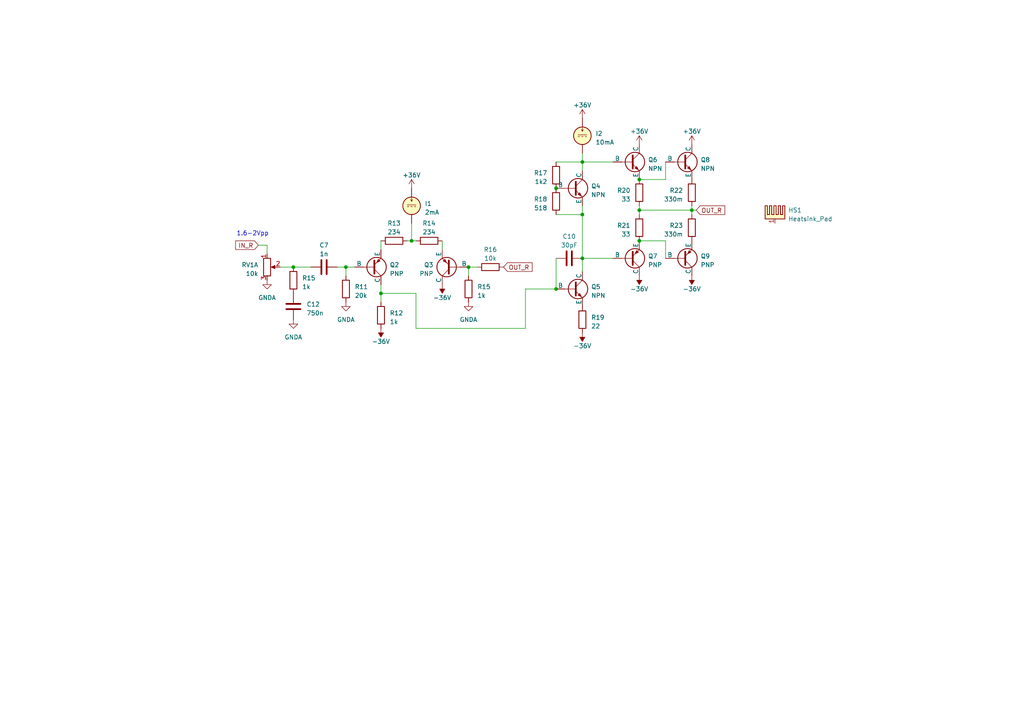
<source format=kicad_sch>
(kicad_sch (version 20230121) (generator eeschema)
  (paper "A4")
  (title_block (title "USB DAC & Headphone Amplifier") (date "2023-03-20") (rev "1") (comment 3 "License: MIT License") (comment 4 "Author: Jona Heinke"))
  (lib_symbols
    (symbol "Device:C" (pin_numbers hide) (pin_names (offset 0.254))
      (property "Reference" "C" (at 0.635 2.54 0))
      (property "Value" "C" (at 0.635 -2.54 0))
      (symbol "C_0_1"
        (polyline (pts (xy -2.032 -0.762) (xy 2.032 -0.762)) (stroke (width 0.508)))
        (polyline (pts (xy -2.032 0.762) (xy 2.032 0.762)) (stroke (width 0.508)))
      )
      (symbol "C_1_1"
        (pin passive line (at 0 3.81 270) (length 2.794) (name "~") (number "1"))
        (pin passive line (at 0 -3.81 90) (length 2.794) (name "~") (number "2"))
      )
    )
    (symbol "Device:R" (pin_numbers hide) (pin_names (offset 0))
      (property "Reference" "R" (at 2.032 0 90))
      (property "Value" "R" (at 0 0 90))
      (symbol "R_0_1"
        (rectangle (start -1.016 -2.54) (end 1.016 2.54) (stroke (width 0.254)))
      )
      (symbol "R_1_1"
        (pin passive line (at 0 3.81 270) (length 1.27) (name "~") (number "1"))
        (pin passive line (at 0 -3.81 90) (length 1.27) (name "~") (number "2"))
      )
    )
    (symbol "Device:R_Potentiometer_Dual_Separate" (pin_names (offset 1.016) hide)
      (property "Reference" "RV" (at -4.445 0 90))
      (property "Value" "R_Potentiometer_Dual_Separate" (at -2.54 0 90))
      (symbol "R_Potentiometer_Dual_Separate_0_1"
        (polyline (pts (xy 2.54 0) (xy 1.524 0)))
        (polyline (pts (xy 1.143 0) (xy 2.286 0.508) (xy 2.286 -0.508) (xy 1.143 0)) (fill (type outline)))
        (rectangle (start 1.016 2.54) (end -1.016 -2.54) (stroke (width 0.254)))
      )
      (symbol "R_Potentiometer_Dual_Separate_1_1"
        (pin passive line (at 0 3.81 270) (length 1.27) (name "1") (number "1"))
        (pin passive line (at 3.81 0 180) (length 1.27) (name "2") (number "2"))
        (pin passive line (at 0 -3.81 90) (length 1.27) (name "3") (number "3"))
      )
      (symbol "R_Potentiometer_Dual_Separate_2_1"
        (pin passive line (at 0 3.81 270) (length 1.27) (name "4") (number "4"))
        (pin passive line (at 3.81 0 180) (length 1.27) (name "5") (number "5"))
        (pin passive line (at 0 -3.81 90) (length 1.27) (name "6") (number "6"))
      )
    )
    (symbol "Mechanical:Heatsink_Pad" (pin_names (offset 0))
      (property "Reference" "HS" (at 0 5.715 0))
      (property "Value" "Heatsink_Pad" (at 0 3.81 0))
      (symbol "Heatsink_Pad_0_1"
        (polyline (pts (xy -0.3302 0) (xy -0.9652 0) (xy -0.9652 2.54) (xy -1.6002 2.54) (xy -1.6002 0) (xy -2.2352 0) (xy -2.2352 2.54) (xy -2.8702 2.54) (xy -2.8702 -1.27) (xy -0.9652 -1.27)) (stroke (width 0.254)) (fill (type background)))
        (polyline (pts (xy -0.3302 0) (xy -0.3302 2.54) (xy 0.3048 2.54) (xy 0.3048 0) (xy 0.9398 0) (xy 0.9398 2.54) (xy 1.5748 2.54) (xy 1.5748 0) (xy 2.2098 0) (xy 2.2098 2.54) (xy 2.8448 2.54) (xy 2.8448 -1.27) (xy -0.9652 -1.27)) (stroke (width 0.254)) (fill (type background)))
      )
      (symbol "Heatsink_Pad_1_1"
        (pin passive line (at 0 -2.54 90) (length 1.27) (name "~") (number "1"))
      )
    )
    (symbol "Simulation_SPICE:IDC" (pin_numbers hide) (pin_names (offset 0.0254))
      (property "Reference" "I" (at 2.54 2.54 0))
      (property "Value" "1" (at 2.54 0 0))
      (symbol "IDC_0_0"
        (polyline (pts (xy -1.27 0.254) (xy 1.27 0.254)))
        (polyline (pts (xy -0.762 -0.254) (xy -1.27 -0.254)))
        (polyline (pts (xy 0.254 -0.254) (xy -0.254 -0.254)))
        (polyline (pts (xy 1.27 -0.254) (xy 0.762 -0.254)))
      )
      (symbol "IDC_0_1"
        (polyline (pts (xy 0 1.27) (xy 0 2.286)))
        (polyline (pts (xy -0.254 1.778) (xy 0 1.27) (xy 0.254 1.778)))
        (circle (center 0 0) (radius 2.54) (stroke (width 0.254)) (fill (type background)))
      )
      (symbol "IDC_1_1"
        (pin passive line (at 0 5.08 270) (length 2.54) (name "~") (number "1"))
        (pin passive line (at 0 -5.08 90) (length 2.54) (name "~") (number "2"))
      )
    )
    (symbol "Simulation_SPICE:NPN" (pin_numbers hide) (pin_names (offset 0))
      (property "Reference" "Q" (at -2.54 7.62 0))
      (property "Value" "NPN" (at -2.54 5.08 0))
      (symbol "NPN_0_1"
        (polyline (pts (xy -2.54 0) (xy 0.635 0)) (stroke (width 0.1524)))
        (polyline (pts (xy 0.635 0.635) (xy 2.54 2.54)))
        (polyline (pts (xy 2.794 -1.27) (xy 2.794 -1.27)) (stroke (width 0.1524)))
        (polyline (pts (xy 2.794 -1.27) (xy 2.794 -1.27)) (stroke (width 0.1524)))
        (polyline (pts (xy 0.635 -0.635) (xy 2.54 -2.54) (xy 2.54 -2.54)))
        (polyline (pts (xy 0.635 1.905) (xy 0.635 -1.905) (xy 0.635 -1.905)) (stroke (width 0.508)))
        (polyline (pts (xy 1.27 -1.778) (xy 1.778 -1.27) (xy 2.286 -2.286) (xy 1.27 -1.778) (xy 1.27 -1.778)) (fill (type outline)))
        (circle (center 1.27 0) (radius 2.8194) (stroke (width 0.254)))
      )
      (symbol "NPN_1_1"
        (pin open_collector line (at 2.54 5.08 270) (length 2.54) (name "C") (number "1"))
        (pin input line (at -5.08 0 0) (length 2.54) (name "B") (number "2"))
        (pin open_emitter line (at 2.54 -5.08 90) (length 2.54) (name "E") (number "3"))
      )
    )
    (symbol "Simulation_SPICE:PNP" (pin_numbers hide) (pin_names (offset 0))
      (property "Reference" "Q" (at -2.54 7.62 0))
      (property "Value" "PNP" (at -2.54 5.08 0))
      (symbol "PNP_0_1"
        (polyline (pts (xy -2.54 0) (xy 0.635 0)) (stroke (width 0.1524)))
        (polyline (pts (xy 0.635 0.635) (xy 2.54 2.54)))
        (polyline (pts (xy 0.635 -0.635) (xy 2.54 -2.54) (xy 2.54 -2.54)))
        (polyline (pts (xy 0.635 1.905) (xy 0.635 -1.905) (xy 0.635 -1.905)) (stroke (width 0.508)))
        (polyline (pts (xy 2.286 -1.778) (xy 1.778 -2.286) (xy 1.27 -1.27) (xy 2.286 -1.778) (xy 2.286 -1.778)) (fill (type outline)))
        (circle (center 1.27 0) (radius 2.8194) (stroke (width 0.254)))
      )
      (symbol "PNP_1_1"
        (pin open_collector line (at 2.54 5.08 270) (length 2.54) (name "C") (number "1"))
        (pin input line (at -5.08 0 0) (length 2.54) (name "B") (number "2"))
        (pin open_emitter line (at 2.54 -5.08 90) (length 2.54) (name "E") (number "3"))
      )
    )
    (symbol "power:+36V" (power) (pin_names (offset 0))
      (property "Value" "+36V" (at 0 3.556 0))
      (symbol "+36V_0_1"
        (polyline (pts (xy -0.762 1.27) (xy 0 2.54)))
        (polyline (pts (xy 0 0) (xy 0 2.54)))
        (polyline (pts (xy 0 2.54) (xy 0.762 1.27)))
      )
      (symbol "+36V_1_1"
        (pin power_in line (at 0 0 90) (length 0) hide (name "+36V") (number "1"))
      )
    )
    (symbol "power:-36V" (power) (pin_names (offset 0))
      (property "Value" "-36V" (at 0 3.81 0))
      (symbol "-36V_0_0"
        (pin power_in line (at 0 0 90) (length 0) hide (name "-36V") (number "1"))
      )
      (symbol "-36V_0_1"
        (polyline (pts (xy 0 0) (xy 0 1.27) (xy 0.762 1.27) (xy 0 2.54) (xy -0.762 1.27) (xy 0 1.27)) (fill (type outline)))
      )
    )
    (symbol "power:GNDA" (power) (pin_names (offset 0))
      (property "Value" "GNDA" (at 0 -3.81 0))
      (symbol "GNDA_0_1"
        (polyline (pts (xy 0 0) (xy 0 -1.27) (xy 1.27 -1.27) (xy 0 -2.54) (xy -1.27 -1.27) (xy 0 -1.27)))
      )
      (symbol "GNDA_1_1"
        (pin power_in line (at 0 0 270) (length 0) hide (name "GNDA") (number "1"))
      )
    )
  )
  (junction (at 135.89 77.47))
  (junction (at 168.91 46.99))
  (junction (at 161.29 83.82))
  (junction (at 168.91 62.23))
  (junction (at 85.09 77.47))
  (junction (at 185.42 69.85))
  (junction (at 100.33 77.47))
  (junction (at 110.49 85.09))
  (junction (at 161.29 54.61))
  (junction (at 185.42 52.07))
  (junction (at 168.91 74.93))
  (junction (at 119.38 69.85))
  (junction (at 200.66 60.96))
  (junction (at 185.42 60.96))
  (wire (pts (xy 77.47 73.66) (xy 77.47 71.12)))
  (wire (pts (xy 120.65 95.25) (xy 152.4 95.25)))
  (wire (pts (xy 110.49 85.09) (xy 110.49 87.63)))
  (wire (pts (xy 97.79 77.47) (xy 100.33 77.47)))
  (wire (pts (xy 193.04 52.07) (xy 193.04 46.99)))
  (wire (pts (xy 118.11 69.85) (xy 119.38 69.85)))
  (wire (pts (xy 185.42 52.07) (xy 193.04 52.07)))
  (wire (pts (xy 152.4 83.82) (xy 152.4 95.25)))
  (wire (pts (xy 185.42 60.96) (xy 200.66 60.96)))
  (wire (pts (xy 168.91 46.99) (xy 177.8 46.99)))
  (wire (pts (xy 128.27 69.85) (xy 128.27 72.39)))
  (wire (pts (xy 135.89 77.47) (xy 135.89 80.01)))
  (wire (pts (xy 161.29 46.99) (xy 168.91 46.99)))
  (wire (pts (xy 193.04 69.85) (xy 193.04 74.93)))
  (wire (pts (xy 77.47 71.12) (xy 74.93 71.12)))
  (wire (pts (xy 85.09 77.47) (xy 90.17 77.47)))
  (wire (pts (xy 168.91 46.99) (xy 168.91 49.53)))
  (wire (pts (xy 119.38 64.77) (xy 119.38 69.85)))
  (wire (pts (xy 168.91 62.23) (xy 168.91 74.93)))
  (wire (pts (xy 120.65 85.09) (xy 110.49 85.09)))
  (wire (pts (xy 185.42 60.96) (xy 185.42 62.23)))
  (wire (pts (xy 200.66 60.96) (xy 201.93 60.96)))
  (wire (pts (xy 200.66 59.69) (xy 200.66 60.96)))
  (wire (pts (xy 200.66 60.96) (xy 200.66 62.23)))
  (wire (pts (xy 168.91 59.69) (xy 168.91 62.23)))
  (wire (pts (xy 100.33 77.47) (xy 102.87 77.47)))
  (wire (pts (xy 168.91 44.45) (xy 168.91 46.99)))
  (wire (pts (xy 161.29 83.82) (xy 152.4 83.82)))
  (wire (pts (xy 100.33 77.47) (xy 100.33 80.01)))
  (wire (pts (xy 161.29 62.23) (xy 168.91 62.23)))
  (wire (pts (xy 185.42 69.85) (xy 193.04 69.85)))
  (wire (pts (xy 110.49 69.85) (xy 110.49 72.39)))
  (wire (pts (xy 168.91 74.93) (xy 177.8 74.93)))
  (wire (pts (xy 119.38 69.85) (xy 120.65 69.85)))
  (wire (pts (xy 185.42 59.69) (xy 185.42 60.96)))
  (wire (pts (xy 110.49 82.55) (xy 110.49 85.09)))
  (wire (pts (xy 135.89 77.47) (xy 138.43 77.47)))
  (wire (pts (xy 168.91 74.93) (xy 168.91 78.74)))
  (wire (pts (xy 120.65 95.25) (xy 120.65 85.09)))
  (wire (pts (xy 161.29 74.93) (xy 161.29 83.82)))
  (wire (pts (xy 81.28 77.47) (xy 85.09 77.47)))
  (text "1.6-2Vpp" (at 68.58 68.58 0) (effects (font (size 1.27 1.27)) (justify left bottom)))
  (global_label "OUT_R" (shape input) (at 201.93 60.96 0) (property "Intersheetrefs" "${INTERSHEET_REFS}" (effects hide)))
  (global_label "OUT_R" (shape input) (at 146.05 77.47 0) (property "Intersheetrefs" "${INTERSHEET_REFS}" (effects hide)))
  (global_label "IN_R" (shape input) (at 74.93 71.12 180) (property "Intersheetrefs" "${INTERSHEET_REFS}" (effects hide)))
  (symbol (lib_id "Device:R") (at 142.24 77.47 90) (unit 1)
    (property "Reference" "R16" (at 142.24 72.39 90))
    (property "Value" "10k" (at 142.24 74.93 90))
    (property "Footprint" "Resistor_THT:R_Axial_DIN0207_L6.3mm_D2.5mm_P10.16mm_Horizontal" (effects hide))
    (instances (project "dac" (path "" (reference "R16") (unit 1)) (path "" (reference "R15") (unit 1)) (path "" (reference "R32") (unit 1))))
  )
  (symbol (lib_id "Device:R_Potentiometer_Dual_Separate") (at 77.47 77.47 0) (unit 1)
    (property "Reference" "RV1" (at 74.93 76.835 0) (effects (justify right)))
    (property "Value" "10k" (at 74.93 79.375 0) (effects (justify right)))
    (property "Datasheet" "https://cdn-reichelt.de/documents/datenblatt/B400/RK09L.pdf" (effects hide))
    (instances (project "dac" (path "" (reference "RV1") (unit 1)) (path "" (reference "RV1") (unit 1)) (path "" (reference "RV2") (unit 1))))
  )
  (symbol (lib_id "Device:R") (at 185.42 55.88 0) (mirror x) (unit 1)
    (property "Reference" "R20" (at 182.88 55.245 0) (effects (justify right)))
    (property "Value" "33" (at 182.88 57.785 0) (effects (justify right)))
    (property "Footprint" "Resistor_THT:R_Axial_DIN0207_L6.3mm_D2.5mm_P10.16mm_Horizontal" (effects hide))
    (instances (project "dac" (path "" (reference "R20") (unit 1)) (path "" (reference "R19") (unit 1)) (path "" (reference "R36") (unit 1))))
  )
  (symbol (lib_id "power:+36V") (at 168.91 34.29 0) (unit 1)
    (property "Reference" "#PWR021" (effects hide))
    (property "Value" "+33V" (at 168.91 30.48 0))
    (instances (project "dac" (path "" (reference "#PWR021") (unit 1)) (path "" (reference "#PWR029") (unit 1)) (path "" (reference "#PWR047") (unit 1))))
  )
  (symbol (lib_id "Device:R") (at 168.91 92.71 180) (unit 1)
    (property "Reference" "R19" (at 171.45 92.075 0) (effects (justify right)))
    (property "Value" "22" (at 171.45 94.615 0) (effects (justify right)))
    (property "Footprint" "Resistor_THT:R_Axial_DIN0207_L6.3mm_D2.5mm_P10.16mm_Horizontal" (effects hide))
    (instances (project "dac" (path "" (reference "R19") (unit 1)) (path "" (reference "R18") (unit 1)) (path "" (reference "R35") (unit 1))))
  )
  (symbol (lib_id "power:GNDA") (at 135.89 87.63 0) (unit 1)
    (property "Reference" "#PWR020" (effects hide))
    (property "Value" "GNDA" (at 135.89 92.71 0))
    (instances (project "dac" (path "" (reference "#PWR020") (unit 1)) (path "" (reference "#PWR028") (unit 1)) (path "" (reference "#PWR046") (unit 1))))
  )
  (symbol (lib_id "Simulation_SPICE:PNP") (at 182.88 74.93 0) (mirror x) (unit 1)
    (property "Reference" "Q7" (at 187.96 74.295 0) (effects (justify left)))
    (property "Value" "PNP" (at 187.96 76.835 0) (effects (justify left)))
    (property "Sim.Device" "PNP" (effects hide))
    (property "Sim.Type" "GUMMELPOON" (effects hide))
    (property "Sim.Pins" "1=C 2=B 3=E" (effects hide))
    (instances (project "dac" (path "" (reference "Q7") (unit 1)) (path "" (reference "Q7") (unit 1)) (path "" (reference "Q15") (unit 1))))
  )
  (symbol (lib_id "Device:R") (at 110.49 91.44 180) (unit 1)
    (property "Reference" "R12" (at 113.03 90.805 0) (effects (justify right)))
    (property "Value" "1k" (at 113.03 93.345 0) (effects (justify right)))
    (property "Footprint" "Resistor_THT:R_Axial_DIN0207_L6.3mm_D2.5mm_P10.16mm_Horizontal" (effects hide))
    (instances (project "dac" (path "" (reference "R12") (unit 1)) (path "" (reference "R11") (unit 1)) (path "" (reference "R28") (unit 1))))
  )
  (symbol (lib_id "Simulation_SPICE:NPN") (at 198.12 46.99 0) (unit 1)
    (property "Reference" "Q8" (at 203.2 46.355 0) (effects (justify left)))
    (property "Value" "NPN" (at 203.2 48.895 0) (effects (justify left)))
    (property "Sim.Device" "NPN" (effects hide))
    (property "Sim.Type" "GUMMELPOON" (effects hide))
    (property "Sim.Pins" "1=C 2=B 3=E" (effects hide))
    (instances (project "dac" (path "" (reference "Q8") (unit 1)) (path "" (reference "Q8") (unit 1)) (path "" (reference "Q16") (unit 1))))
  )
  (symbol (lib_id "Simulation_SPICE:PNP") (at 198.12 74.93 0) (mirror x) (unit 1)
    (property "Reference" "Q9" (at 203.2 74.295 0) (effects (justify left)))
    (property "Value" "PNP" (at 203.2 76.835 0) (effects (justify left)))
    (property "Sim.Device" "PNP" (effects hide))
    (property "Sim.Type" "GUMMELPOON" (effects hide))
    (property "Sim.Pins" "1=C 2=B 3=E" (effects hide))
    (instances (project "dac" (path "" (reference "Q9") (unit 1)) (path "" (reference "Q9") (unit 1)) (path "" (reference "Q17") (unit 1))))
  )
  (symbol (lib_id "Mechanical:Heatsink_Pad") (at 224.79 62.23 0) (unit 1)
    (property "Reference" "HS1" (at 228.6 60.96 0) (effects (justify left)))
    (property "Value" "Heatsink_Pad" (at 228.6 63.5 0) (effects (justify left)))
    (instances (project "dac" (path "" (reference "HS1") (unit 1)) (path "" (reference "HS1") (unit 1)) (path "" (reference "HS2") (unit 1))))
  )
  (symbol (lib_id "Simulation_SPICE:IDC") (at 119.38 59.69 0) (unit 1)
    (property "Reference" "I1" (at 123.19 59.055 0) (effects (justify left)))
    (property "Value" "2mA" (at 123.19 61.595 0) (effects (justify left)))
    (property "Sim.Pins" "1=+ 2=-" (effects hide))
    (property "Sim.Type" "DC" (effects hide))
    (property "Sim.Device" "I" (effects hide))
    (instances (project "dac" (path "" (reference "I1") (unit 1)) (path "" (reference "I1") (unit 1)) (path "" (reference "I3") (unit 1))))
  )
  (symbol (lib_id "power:-36V") (at 185.42 80.01 0) (mirror x) (unit 1)
    (property "Reference" "#PWR024" (effects hide))
    (property "Value" "-33V" (at 185.42 83.82 0))
    (instances (project "dac" (path "" (reference "#PWR024") (unit 1)) (path "" (reference "#PWR032") (unit 1)) (path "" (reference "#PWR050") (unit 1))))
  )
  (symbol (lib_id "power:-36V") (at 200.66 80.01 0) (mirror x) (unit 1)
    (property "Reference" "#PWR026" (effects hide))
    (property "Value" "-33V" (at 200.66 83.82 0))
    (instances (project "dac" (path "" (reference "#PWR026") (unit 1)) (path "" (reference "#PWR034") (unit 1)) (path "" (reference "#PWR052") (unit 1))))
  )
  (symbol (lib_id "Device:R") (at 200.66 55.88 0) (mirror x) (unit 1)
    (property "Reference" "R22" (at 198.12 55.245 0) (effects (justify right)))
    (property "Value" "330m" (at 198.12 57.785 0) (effects (justify right)))
    (instances (project "dac" (path "" (reference "R22") (unit 1)) (path "" (reference "R21") (unit 1)) (path "" (reference "R38") (unit 1))))
  )
  (symbol (lib_id "power:+36V") (at 119.38 54.61 0) (unit 1)
    (property "Reference" "#PWR013" (effects hide))
    (property "Value" "+33V" (at 119.38 50.8 0))
    (instances (project "dac" (path "" (reference "#PWR013") (unit 1)) (path "" (reference "#PWR026") (unit 1)) (path "" (reference "#PWR044") (unit 1))))
  )
  (symbol (lib_id "power:+36V") (at 200.66 41.91 0) (unit 1)
    (property "Reference" "#PWR025" (effects hide))
    (property "Value" "+33V" (at 200.66 38.1 0))
    (instances (project "dac" (path "" (reference "#PWR025") (unit 1)) (path "" (reference "#PWR033") (unit 1)) (path "" (reference "#PWR051") (unit 1))))
  )
  (symbol (lib_id "Device:C") (at 85.09 88.9 0) (unit 1)
    (property "Reference" "C12" (at 88.9 88.265 0) (effects (justify left)))
    (property "Value" "750n" (at 88.9 90.805 0) (effects (justify left)))
    (instances (project "dac" (path "" (reference "C12") (unit 1)) (path "" (reference "C18") (unit 1)) (path "" (reference "C15") (unit 1))))
  )
  (symbol (lib_id "Simulation_SPICE:NPN") (at 182.88 46.99 0) (unit 1)
    (property "Reference" "Q6" (at 187.96 46.355 0) (effects (justify left)))
    (property "Value" "NPN" (at 187.96 48.895 0) (effects (justify left)))
    (property "Sim.Device" "NPN" (effects hide))
    (property "Sim.Type" "GUMMELPOON" (effects hide))
    (property "Sim.Pins" "1=C 2=B 3=E" (effects hide))
    (instances (project "dac" (path "" (reference "Q6") (unit 1)) (path "" (reference "Q6") (unit 1)) (path "" (reference "Q14") (unit 1))))
  )
  (symbol (lib_id "power:GNDA") (at 85.09 92.71 0) (unit 1)
    (property "Reference" "#PWR033" (effects hide))
    (property "Value" "GNDA" (at 85.09 97.79 0))
    (instances (project "dac" (path "" (reference "#PWR033") (unit 1)) (path "" (reference "#PWR050") (unit 1)) (path "" (reference "#PWR041") (unit 1))))
  )
  (symbol (lib_id "Simulation_SPICE:PNP") (at 107.95 77.47 0) (mirror x) (unit 1)
    (property "Reference" "Q2" (at 113.03 76.835 0) (effects (justify left)))
    (property "Value" "PNP" (at 113.03 79.375 0) (effects (justify left)))
    (property "Sim.Device" "PNP" (effects hide))
    (property "Sim.Type" "GUMMELPOON" (effects hide))
    (property "Sim.Pins" "1=C 2=B 3=E" (effects hide))
    (instances (project "dac" (path "" (reference "Q2") (unit 1)) (path "" (reference "Q2") (unit 1)) (path "" (reference "Q10") (unit 1))))
  )
  (symbol (lib_id "Device:R") (at 100.33 83.82 180) (unit 1)
    (property "Reference" "R11" (at 102.87 83.185 0) (effects (justify right)))
    (property "Value" "20k" (at 102.87 85.725 0) (effects (justify right)))
    (property "Footprint" "Resistor_THT:R_Axial_DIN0207_L6.3mm_D2.5mm_P10.16mm_Horizontal" (effects hide))
    (instances (project "dac" (path "" (reference "R11") (unit 1)) (path "" (reference "R10") (unit 1)) (path "" (reference "R27") (unit 1))))
  )
  (symbol (lib_id "power:-36V") (at 128.27 82.55 0) (mirror x) (unit 1)
    (property "Reference" "#PWR018" (effects hide))
    (property "Value" "-33V" (at 128.27 86.36 0))
    (instances (project "dac" (path "" (reference "#PWR018") (unit 1)) (path "" (reference "#PWR027") (unit 1)) (path "" (reference "#PWR045") (unit 1))))
  )
  (symbol (lib_id "Device:R") (at 185.42 66.04 0) (mirror x) (unit 1)
    (property "Reference" "R21" (at 182.88 65.405 0) (effects (justify right)))
    (property "Value" "33" (at 182.88 67.945 0) (effects (justify right)))
    (property "Footprint" "Resistor_THT:R_Axial_DIN0207_L6.3mm_D2.5mm_P10.16mm_Horizontal" (effects hide))
    (instances (project "dac" (path "" (reference "R21") (unit 1)) (path "" (reference "R20") (unit 1)) (path "" (reference "R37") (unit 1))))
  )
  (symbol (lib_id "Simulation_SPICE:IDC") (at 168.91 39.37 0) (unit 1)
    (property "Reference" "I2" (at 172.72 38.735 0) (effects (justify left)))
    (property "Value" "10mA" (at 172.72 41.275 0) (effects (justify left)))
    (property "Sim.Pins" "1=+ 2=-" (effects hide))
    (property "Sim.Type" "DC" (effects hide))
    (property "Sim.Device" "I" (effects hide))
    (instances (project "dac" (path "" (reference "I2") (unit 1)) (path "" (reference "I2") (unit 1)) (path "" (reference "I4") (unit 1))))
  )
  (symbol (lib_id "Device:R") (at 114.3 69.85 90) (unit 1)
    (property "Reference" "R13" (at 114.3 64.77 90))
    (property "Value" "234" (at 114.3 67.31 90))
    (property "Footprint" "Resistor_THT:R_Axial_DIN0207_L6.3mm_D2.5mm_P10.16mm_Horizontal" (effects hide))
    (instances (project "dac" (path "" (reference "R13") (unit 1)) (path "" (reference "R12") (unit 1)) (path "" (reference "R29") (unit 1))))
  )
  (symbol (lib_id "Simulation_SPICE:PNP") (at 130.81 77.47 180) (unit 1)
    (property "Reference" "Q3" (at 125.73 76.835 0) (effects (justify left)))
    (property "Value" "PNP" (at 125.73 79.375 0) (effects (justify left)))
    (property "Sim.Device" "PNP" (effects hide))
    (property "Sim.Type" "GUMMELPOON" (effects hide))
    (property "Sim.Pins" "1=C 2=B 3=E" (effects hide))
    (instances (project "dac" (path "" (reference "Q3") (unit 1)) (path "" (reference "Q3") (unit 1)) (path "" (reference "Q11") (unit 1))))
  )
  (symbol (lib_id "Device:C") (at 93.98 77.47 90) (unit 1)
    (property "Reference" "C7" (at 93.98 71.12 90))
    (property "Value" "1n" (at 93.98 73.66 90))
    (instances (project "dac" (path "" (reference "C7") (unit 1)) (path "" (reference "C14") (unit 1)) (path "" (reference "C16") (unit 1))))
  )
  (symbol (lib_id "Device:C") (at 165.1 74.93 90) (unit 1)
    (property "Reference" "C10" (at 165.1 68.58 90))
    (property "Value" "30pF" (at 165.1 71.12 90))
    (instances (project "dac" (path "" (reference "C10") (unit 1)) (path "" (reference "C12") (unit 1)) (path "" (reference "C17") (unit 1))))
  )
  (symbol (lib_id "power:GNDA") (at 100.33 87.63 0) (unit 1)
    (property "Reference" "#PWR010" (effects hide))
    (property "Value" "GNDA" (at 100.33 92.71 0))
    (instances (project "dac" (path "" (reference "#PWR010") (unit 1)) (path "" (reference "#PWR024") (unit 1)) (path "" (reference "#PWR042") (unit 1))))
  )
  (symbol (lib_id "Simulation_SPICE:NPN") (at 166.37 54.61 0) (unit 1)
    (property "Reference" "Q4" (at 171.45 53.975 0) (effects (justify left)))
    (property "Value" "NPN" (at 171.45 56.515 0) (effects (justify left)))
    (property "Sim.Device" "NPN" (effects hide))
    (property "Sim.Type" "GUMMELPOON" (effects hide))
    (property "Sim.Pins" "1=C 2=B 3=E" (effects hide))
    (instances (project "dac" (path "" (reference "Q4") (unit 1)) (path "" (reference "Q4") (unit 1)) (path "" (reference "Q12") (unit 1))))
  )
  (symbol (lib_id "Device:R") (at 124.46 69.85 90) (unit 1)
    (property "Reference" "R14" (at 124.46 64.77 90))
    (property "Value" "234" (at 124.46 67.31 90))
    (property "Footprint" "Resistor_THT:R_Axial_DIN0207_L6.3mm_D2.5mm_P10.16mm_Horizontal" (effects hide))
    (instances (project "dac" (path "" (reference "R14") (unit 1)) (path "" (reference "R13") (unit 1)) (path "" (reference "R30") (unit 1))))
  )
  (symbol (lib_id "power:-36V") (at 168.91 96.52 0) (mirror x) (unit 1)
    (property "Reference" "#PWR022" (effects hide))
    (property "Value" "-33V" (at 168.91 100.33 0))
    (instances (project "dac" (path "" (reference "#PWR022") (unit 1)) (path "" (reference "#PWR030") (unit 1)) (path "" (reference "#PWR048") (unit 1))))
  )
  (symbol (lib_id "power:-36V") (at 110.49 95.25 0) (mirror x) (unit 1)
    (property "Reference" "#PWR012" (effects hide))
    (property "Value" "-33V" (at 110.49 99.06 0))
    (instances (project "dac" (path "" (reference "#PWR012") (unit 1)) (path "" (reference "#PWR025") (unit 1)) (path "" (reference "#PWR043") (unit 1))))
  )
  (symbol (lib_id "Simulation_SPICE:NPN") (at 166.37 83.82 0) (unit 1)
    (property "Reference" "Q5" (at 171.45 83.185 0) (effects (justify left)))
    (property "Value" "NPN" (at 171.45 85.725 0) (effects (justify left)))
    (property "Sim.Device" "NPN" (effects hide))
    (property "Sim.Type" "GUMMELPOON" (effects hide))
    (property "Sim.Pins" "1=C 2=B 3=E" (effects hide))
    (instances (project "dac" (path "" (reference "Q5") (unit 1)) (path "" (reference "Q5") (unit 1)) (path "" (reference "Q13") (unit 1))))
  )
  (symbol (lib_id "Device:R") (at 135.89 83.82 180) (unit 1)
    (property "Reference" "R15" (at 138.43 83.185 0) (effects (justify right)))
    (property "Value" "1k" (at 138.43 85.725 0) (effects (justify right)))
    (property "Footprint" "Resistor_THT:R_Axial_DIN0207_L6.3mm_D2.5mm_P10.16mm_Horizontal" (effects hide))
    (instances (project "dac" (path "" (reference "R15") (unit 1)) (path "" (reference "R14") (unit 1)) (path "" (reference "R31") (unit 1))))
  )
  (symbol (lib_id "Device:R") (at 161.29 58.42 0) (mirror x) (unit 1)
    (property "Reference" "R18" (at 158.75 57.785 0) (effects (justify right)))
    (property "Value" "518" (at 158.75 60.325 0) (effects (justify right)))
    (property "Footprint" "Resistor_THT:R_Axial_DIN0207_L6.3mm_D2.5mm_P10.16mm_Horizontal" (effects hide))
    (instances (project "dac" (path "" (reference "R18") (unit 1)) (path "" (reference "R17") (unit 1)) (path "" (reference "R34") (unit 1))))
  )
  (symbol (lib_id "power:+36V") (at 185.42 41.91 0) (unit 1)
    (property "Reference" "#PWR023" (effects hide))
    (property "Value" "+33V" (at 185.42 38.1 0))
    (instances (project "dac" (path "" (reference "#PWR023") (unit 1)) (path "" (reference "#PWR031") (unit 1)) (path "" (reference "#PWR049") (unit 1))))
  )
  (symbol (lib_id "Device:R") (at 200.66 66.04 0) (mirror x) (unit 1)
    (property "Reference" "R23" (at 198.12 65.405 0) (effects (justify right)))
    (property "Value" "330m" (at 198.12 67.945 0) (effects (justify right)))
    (instances (project "dac" (path "" (reference "R23") (unit 1)) (path "" (reference "R22") (unit 1)) (path "" (reference "R39") (unit 1))))
  )
  (symbol (lib_id "Device:R") (at 161.29 50.8 0) (mirror x) (unit 1)
    (property "Reference" "R17" (at 158.75 50.165 0) (effects (justify right)))
    (property "Value" "1k2" (at 158.75 52.705 0) (effects (justify right)))
    (property "Footprint" "Resistor_THT:R_Axial_DIN0207_L6.3mm_D2.5mm_P10.16mm_Horizontal" (effects hide))
    (instances (project "dac" (path "" (reference "R17") (unit 1)) (path "" (reference "R16") (unit 1)) (path "" (reference "R33") (unit 1))))
  )
  (symbol (lib_id "Device:R") (at 85.09 81.28 180) (unit 1)
    (property "Reference" "R15" (at 87.63 80.645 0) (effects (justify right)))
    (property "Value" "1k" (at 87.63 83.185 0) (effects (justify right)))
    (property "Footprint" "Resistor_THT:R_Axial_DIN0207_L6.3mm_D2.5mm_P10.16mm_Horizontal" (effects hide))
    (instances (project "dac" (path "" (reference "R15") (unit 1)) (path "" (reference "R37") (unit 1)) (path "" (reference "R26") (unit 1))))
  )
  (symbol (lib_id "power:GNDA") (at 77.47 81.28 0) (unit 1)
    (property "Reference" "#PWR033" (effects hide))
    (property "Value" "GNDA" (at 77.47 86.36 0))
    (instances (project "dac" (path "" (reference "#PWR033") (unit 1)) (path "" (reference "#PWR026") (unit 1)) (path "" (reference "#PWR040") (unit 1))))
  )
)
</source>
